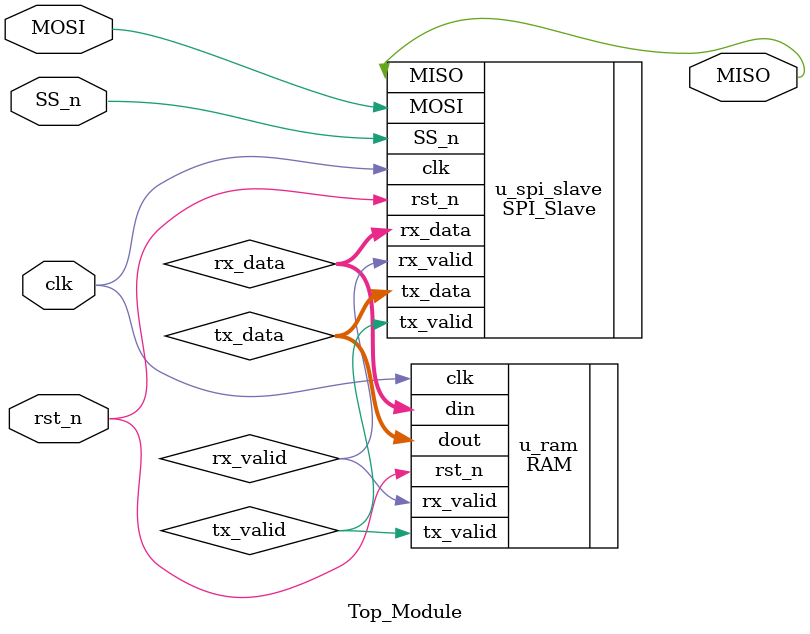
<source format=v>
module Top_Module (clk, rst_n, SS_n, MOSI, MISO);
input clk, rst_n, SS_n, MOSI;
output MISO;
wire  [9:0] rx_data;
wire rx_valid, tx_valid;
wire [7:0] tx_data;
RAM u_ram ( 
  .clk(clk),
  .rst_n(rst_n),
  .din(rx_data),
  .rx_valid(rx_valid),
  .tx_valid(tx_valid),
  .dout(tx_data)
);
SPI_Slave u_spi_slave (
  .clk(clk),
  .rst_n(rst_n),
  .SS_n(SS_n),
  .MOSI(MOSI),
  .MISO(MISO),
  .rx_data(rx_data),
  .rx_valid(rx_valid),
  .tx_data(tx_data),
  .tx_valid(tx_valid)
);
endmodule

</source>
